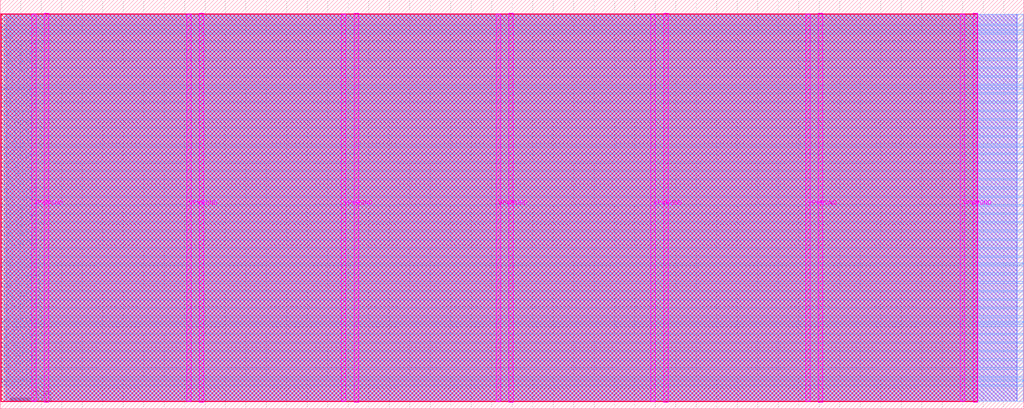
<source format=lef>
VERSION 5.7 ;
  NOWIREEXTENSIONATPIN ON ;
  DIVIDERCHAR "/" ;
  BUSBITCHARS "[]" ;
MACRO heichips25_usb_cdc
  CLASS BLOCK ;
  FOREIGN heichips25_usb_cdc ;
  ORIGIN 0.000 0.000 ;
  SIZE 500.000 BY 200.000 ;
  PIN VGND
    DIRECTION INOUT ;
    USE GROUND ;
    PORT
      LAYER TopMetal1 ;
        RECT 21.580 3.150 23.780 193.410 ;
    END
    PORT
      LAYER TopMetal1 ;
        RECT 97.180 3.150 99.380 193.410 ;
    END
    PORT
      LAYER TopMetal1 ;
        RECT 172.780 3.150 174.980 193.410 ;
    END
    PORT
      LAYER TopMetal1 ;
        RECT 248.380 3.150 250.580 193.410 ;
    END
    PORT
      LAYER TopMetal1 ;
        RECT 323.980 3.150 326.180 193.410 ;
    END
    PORT
      LAYER TopMetal1 ;
        RECT 399.580 3.150 401.780 193.410 ;
    END
    PORT
      LAYER TopMetal1 ;
        RECT 475.180 3.150 477.380 193.410 ;
    END
  END VGND
  PIN VPWR
    DIRECTION INOUT ;
    USE POWER ;
    PORT
      LAYER TopMetal1 ;
        RECT 15.380 3.560 17.580 193.000 ;
    END
    PORT
      LAYER TopMetal1 ;
        RECT 90.980 3.560 93.180 193.000 ;
    END
    PORT
      LAYER TopMetal1 ;
        RECT 166.580 3.560 168.780 193.000 ;
    END
    PORT
      LAYER TopMetal1 ;
        RECT 242.180 3.560 244.380 193.000 ;
    END
    PORT
      LAYER TopMetal1 ;
        RECT 317.780 3.560 319.980 193.000 ;
    END
    PORT
      LAYER TopMetal1 ;
        RECT 393.380 3.560 395.580 193.000 ;
    END
    PORT
      LAYER TopMetal1 ;
        RECT 468.980 3.560 471.180 193.000 ;
    END
  END VPWR
  PIN clk
    DIRECTION INPUT ;
    USE SIGNAL ;
    ANTENNAGATEAREA 1.450800 ;
    PORT
      LAYER Metal3 ;
        RECT 0.000 183.340 0.400 183.740 ;
    END
  END clk
  PIN ena
    DIRECTION INPUT ;
    USE SIGNAL ;
    PORT
      LAYER Metal3 ;
        RECT 0.000 179.140 0.400 179.540 ;
    END
  END ena
  PIN rst_n
    DIRECTION INPUT ;
    USE SIGNAL ;
    ANTENNAGATEAREA 0.213200 ;
    PORT
      LAYER Metal3 ;
        RECT 0.000 187.540 0.400 187.940 ;
    END
  END rst_n
  PIN ui_in[0]
    DIRECTION INPUT ;
    USE SIGNAL ;
    ANTENNAGATEAREA 0.180700 ;
    PORT
      LAYER Metal3 ;
        RECT 0.000 111.940 0.400 112.340 ;
    END
  END ui_in[0]
  PIN ui_in[1]
    DIRECTION INPUT ;
    USE SIGNAL ;
    ANTENNAGATEAREA 0.180700 ;
    PORT
      LAYER Metal3 ;
        RECT 0.000 116.140 0.400 116.540 ;
    END
  END ui_in[1]
  PIN ui_in[2]
    DIRECTION INPUT ;
    USE SIGNAL ;
    ANTENNAGATEAREA 0.180700 ;
    PORT
      LAYER Metal3 ;
        RECT 0.000 120.340 0.400 120.740 ;
    END
  END ui_in[2]
  PIN ui_in[3]
    DIRECTION INPUT ;
    USE SIGNAL ;
    ANTENNAGATEAREA 0.180700 ;
    PORT
      LAYER Metal3 ;
        RECT 0.000 124.540 0.400 124.940 ;
    END
  END ui_in[3]
  PIN ui_in[4]
    DIRECTION INPUT ;
    USE SIGNAL ;
    ANTENNAGATEAREA 0.180700 ;
    PORT
      LAYER Metal3 ;
        RECT 0.000 128.740 0.400 129.140 ;
    END
  END ui_in[4]
  PIN ui_in[5]
    DIRECTION INPUT ;
    USE SIGNAL ;
    ANTENNAGATEAREA 0.180700 ;
    PORT
      LAYER Metal3 ;
        RECT 0.000 132.940 0.400 133.340 ;
    END
  END ui_in[5]
  PIN ui_in[6]
    DIRECTION INPUT ;
    USE SIGNAL ;
    ANTENNAGATEAREA 0.180700 ;
    PORT
      LAYER Metal3 ;
        RECT 0.000 137.140 0.400 137.540 ;
    END
  END ui_in[6]
  PIN ui_in[7]
    DIRECTION INPUT ;
    USE SIGNAL ;
    ANTENNAGATEAREA 0.180700 ;
    PORT
      LAYER Metal3 ;
        RECT 0.000 141.340 0.400 141.740 ;
    END
  END ui_in[7]
  PIN uio_in[0]
    DIRECTION INPUT ;
    USE SIGNAL ;
    ANTENNAGATEAREA 0.180700 ;
    PORT
      LAYER Metal3 ;
        RECT 0.000 145.540 0.400 145.940 ;
    END
  END uio_in[0]
  PIN uio_in[1]
    DIRECTION INPUT ;
    USE SIGNAL ;
    ANTENNAGATEAREA 0.180700 ;
    PORT
      LAYER Metal3 ;
        RECT 0.000 149.740 0.400 150.140 ;
    END
  END uio_in[1]
  PIN uio_in[2]
    DIRECTION INPUT ;
    USE SIGNAL ;
    ANTENNAGATEAREA 0.180700 ;
    PORT
      LAYER Metal3 ;
        RECT 0.000 153.940 0.400 154.340 ;
    END
  END uio_in[2]
  PIN uio_in[3]
    DIRECTION INPUT ;
    USE SIGNAL ;
    PORT
      LAYER Metal3 ;
        RECT 0.000 158.140 0.400 158.540 ;
    END
  END uio_in[3]
  PIN uio_in[4]
    DIRECTION INPUT ;
    USE SIGNAL ;
    PORT
      LAYER Metal3 ;
        RECT 0.000 162.340 0.400 162.740 ;
    END
  END uio_in[4]
  PIN uio_in[5]
    DIRECTION INPUT ;
    USE SIGNAL ;
    PORT
      LAYER Metal3 ;
        RECT 0.000 166.540 0.400 166.940 ;
    END
  END uio_in[5]
  PIN uio_in[6]
    DIRECTION INPUT ;
    USE SIGNAL ;
    PORT
      LAYER Metal3 ;
        RECT 0.000 170.740 0.400 171.140 ;
    END
  END uio_in[6]
  PIN uio_in[7]
    DIRECTION INPUT ;
    USE SIGNAL ;
    PORT
      LAYER Metal3 ;
        RECT 0.000 174.940 0.400 175.340 ;
    END
  END uio_in[7]
  PIN uio_oe[0]
    DIRECTION OUTPUT ;
    USE SIGNAL ;
    ANTENNADIFFAREA 0.299200 ;
    PORT
      LAYER Metal3 ;
        RECT 0.000 78.340 0.400 78.740 ;
    END
  END uio_oe[0]
  PIN uio_oe[1]
    DIRECTION OUTPUT ;
    USE SIGNAL ;
    ANTENNADIFFAREA 0.299200 ;
    PORT
      LAYER Metal3 ;
        RECT 0.000 82.540 0.400 82.940 ;
    END
  END uio_oe[1]
  PIN uio_oe[2]
    DIRECTION OUTPUT ;
    USE SIGNAL ;
    ANTENNADIFFAREA 0.299200 ;
    PORT
      LAYER Metal3 ;
        RECT 0.000 86.740 0.400 87.140 ;
    END
  END uio_oe[2]
  PIN uio_oe[3]
    DIRECTION OUTPUT ;
    USE SIGNAL ;
    ANTENNADIFFAREA 0.392700 ;
    PORT
      LAYER Metal3 ;
        RECT 0.000 90.940 0.400 91.340 ;
    END
  END uio_oe[3]
  PIN uio_oe[4]
    DIRECTION OUTPUT ;
    USE SIGNAL ;
    ANTENNADIFFAREA 0.392700 ;
    PORT
      LAYER Metal3 ;
        RECT 0.000 95.140 0.400 95.540 ;
    END
  END uio_oe[4]
  PIN uio_oe[5]
    DIRECTION OUTPUT ;
    USE SIGNAL ;
    ANTENNADIFFAREA 0.392700 ;
    PORT
      LAYER Metal3 ;
        RECT 0.000 99.340 0.400 99.740 ;
    END
  END uio_oe[5]
  PIN uio_oe[6]
    DIRECTION OUTPUT ;
    USE SIGNAL ;
    ANTENNADIFFAREA 0.392700 ;
    PORT
      LAYER Metal3 ;
        RECT 0.000 103.540 0.400 103.940 ;
    END
  END uio_oe[6]
  PIN uio_oe[7]
    DIRECTION OUTPUT ;
    USE SIGNAL ;
    ANTENNADIFFAREA 0.392700 ;
    PORT
      LAYER Metal3 ;
        RECT 0.000 107.740 0.400 108.140 ;
    END
  END uio_oe[7]
  PIN uio_out[0]
    DIRECTION OUTPUT ;
    USE SIGNAL ;
    ANTENNADIFFAREA 0.299200 ;
    PORT
      LAYER Metal3 ;
        RECT 0.000 44.740 0.400 45.140 ;
    END
  END uio_out[0]
  PIN uio_out[1]
    DIRECTION OUTPUT ;
    USE SIGNAL ;
    ANTENNADIFFAREA 0.299200 ;
    PORT
      LAYER Metal3 ;
        RECT 0.000 48.940 0.400 49.340 ;
    END
  END uio_out[1]
  PIN uio_out[2]
    DIRECTION OUTPUT ;
    USE SIGNAL ;
    ANTENNADIFFAREA 0.299200 ;
    PORT
      LAYER Metal3 ;
        RECT 0.000 53.140 0.400 53.540 ;
    END
  END uio_out[2]
  PIN uio_out[3]
    DIRECTION OUTPUT ;
    USE SIGNAL ;
    ANTENNADIFFAREA 0.708600 ;
    PORT
      LAYER Metal3 ;
        RECT 0.000 57.340 0.400 57.740 ;
    END
  END uio_out[3]
  PIN uio_out[4]
    DIRECTION OUTPUT ;
    USE SIGNAL ;
    ANTENNADIFFAREA 0.708600 ;
    PORT
      LAYER Metal3 ;
        RECT 0.000 61.540 0.400 61.940 ;
    END
  END uio_out[4]
  PIN uio_out[5]
    DIRECTION OUTPUT ;
    USE SIGNAL ;
    ANTENNADIFFAREA 0.708600 ;
    PORT
      LAYER Metal3 ;
        RECT 0.000 65.740 0.400 66.140 ;
    END
  END uio_out[5]
  PIN uio_out[6]
    DIRECTION OUTPUT ;
    USE SIGNAL ;
    ANTENNADIFFAREA 0.708600 ;
    PORT
      LAYER Metal3 ;
        RECT 0.000 69.940 0.400 70.340 ;
    END
  END uio_out[6]
  PIN uio_out[7]
    DIRECTION OUTPUT ;
    USE SIGNAL ;
    ANTENNADIFFAREA 0.708600 ;
    PORT
      LAYER Metal3 ;
        RECT 0.000 74.140 0.400 74.540 ;
    END
  END uio_out[7]
  PIN uo_out[0]
    DIRECTION OUTPUT ;
    USE SIGNAL ;
    ANTENNADIFFAREA 0.708600 ;
    PORT
      LAYER Metal3 ;
        RECT 0.000 11.140 0.400 11.540 ;
    END
  END uo_out[0]
  PIN uo_out[1]
    DIRECTION OUTPUT ;
    USE SIGNAL ;
    ANTENNADIFFAREA 0.708600 ;
    PORT
      LAYER Metal3 ;
        RECT 0.000 15.340 0.400 15.740 ;
    END
  END uo_out[1]
  PIN uo_out[2]
    DIRECTION OUTPUT ;
    USE SIGNAL ;
    ANTENNADIFFAREA 0.708600 ;
    PORT
      LAYER Metal3 ;
        RECT 0.000 19.540 0.400 19.940 ;
    END
  END uo_out[2]
  PIN uo_out[3]
    DIRECTION OUTPUT ;
    USE SIGNAL ;
    ANTENNADIFFAREA 0.708600 ;
    PORT
      LAYER Metal3 ;
        RECT 0.000 23.740 0.400 24.140 ;
    END
  END uo_out[3]
  PIN uo_out[4]
    DIRECTION OUTPUT ;
    USE SIGNAL ;
    ANTENNADIFFAREA 0.708600 ;
    PORT
      LAYER Metal3 ;
        RECT 0.000 27.940 0.400 28.340 ;
    END
  END uo_out[4]
  PIN uo_out[5]
    DIRECTION OUTPUT ;
    USE SIGNAL ;
    ANTENNADIFFAREA 0.708600 ;
    PORT
      LAYER Metal3 ;
        RECT 0.000 32.140 0.400 32.540 ;
    END
  END uo_out[5]
  PIN uo_out[6]
    DIRECTION OUTPUT ;
    USE SIGNAL ;
    ANTENNADIFFAREA 0.708600 ;
    PORT
      LAYER Metal3 ;
        RECT 0.000 36.340 0.400 36.740 ;
    END
  END uo_out[6]
  PIN uo_out[7]
    DIRECTION OUTPUT ;
    USE SIGNAL ;
    ANTENNADIFFAREA 0.708600 ;
    PORT
      LAYER Metal3 ;
        RECT 0.000 40.540 0.400 40.940 ;
    END
  END uo_out[7]
  PIN usb_dn_en_o
    DIRECTION OUTPUT ;
    USE SIGNAL ;
    ANTENNADIFFAREA 0.708600 ;
    PORT
      LAYER Metal3 ;
        RECT 499.600 99.340 500.000 99.740 ;
    END
  END usb_dn_en_o
  PIN usb_dn_rx_i
    DIRECTION INPUT ;
    USE SIGNAL ;
    ANTENNAGATEAREA 0.180700 ;
    PORT
      LAYER Metal3 ;
        RECT 499.600 127.900 500.000 128.300 ;
    END
  END usb_dn_rx_i
  PIN usb_dn_tx_o
    DIRECTION OUTPUT ;
    USE SIGNAL ;
    ANTENNADIFFAREA 0.708600 ;
    PORT
      LAYER Metal3 ;
        RECT 499.600 156.460 500.000 156.860 ;
    END
  END usb_dn_tx_o
  PIN usb_dp_en_o
    DIRECTION OUTPUT ;
    USE SIGNAL ;
    ANTENNADIFFAREA 0.708600 ;
    PORT
      LAYER Metal3 ;
        RECT 499.600 13.660 500.000 14.060 ;
    END
  END usb_dp_en_o
  PIN usb_dp_rx_i
    DIRECTION INPUT ;
    USE SIGNAL ;
    ANTENNAGATEAREA 0.180700 ;
    PORT
      LAYER Metal3 ;
        RECT 499.600 42.220 500.000 42.620 ;
    END
  END usb_dp_rx_i
  PIN usb_dp_tx_o
    DIRECTION OUTPUT ;
    USE SIGNAL ;
    ANTENNADIFFAREA 0.708600 ;
    PORT
      LAYER Metal3 ;
        RECT 499.600 70.780 500.000 71.180 ;
    END
  END usb_dp_tx_o
  PIN usb_dp_up_o
    DIRECTION OUTPUT ;
    USE SIGNAL ;
    ANTENNADIFFAREA 0.708600 ;
    PORT
      LAYER Metal3 ;
        RECT 499.600 185.020 500.000 185.420 ;
    END
  END usb_dp_up_o
  OBS
      LAYER GatPoly ;
        RECT 2.880 3.630 496.800 192.930 ;
      LAYER Metal1 ;
        RECT 2.880 3.560 496.800 193.000 ;
      LAYER Metal2 ;
        RECT 2.295 3.635 496.425 192.925 ;
      LAYER Metal3 ;
        RECT 0.400 188.150 499.600 192.880 ;
        RECT 0.610 187.330 499.600 188.150 ;
        RECT 0.400 185.630 499.600 187.330 ;
        RECT 0.400 184.810 499.390 185.630 ;
        RECT 0.400 183.950 499.600 184.810 ;
        RECT 0.610 183.130 499.600 183.950 ;
        RECT 0.400 179.750 499.600 183.130 ;
        RECT 0.610 178.930 499.600 179.750 ;
        RECT 0.400 175.550 499.600 178.930 ;
        RECT 0.610 174.730 499.600 175.550 ;
        RECT 0.400 171.350 499.600 174.730 ;
        RECT 0.610 170.530 499.600 171.350 ;
        RECT 0.400 167.150 499.600 170.530 ;
        RECT 0.610 166.330 499.600 167.150 ;
        RECT 0.400 162.950 499.600 166.330 ;
        RECT 0.610 162.130 499.600 162.950 ;
        RECT 0.400 158.750 499.600 162.130 ;
        RECT 0.610 157.930 499.600 158.750 ;
        RECT 0.400 157.070 499.600 157.930 ;
        RECT 0.400 156.250 499.390 157.070 ;
        RECT 0.400 154.550 499.600 156.250 ;
        RECT 0.610 153.730 499.600 154.550 ;
        RECT 0.400 150.350 499.600 153.730 ;
        RECT 0.610 149.530 499.600 150.350 ;
        RECT 0.400 146.150 499.600 149.530 ;
        RECT 0.610 145.330 499.600 146.150 ;
        RECT 0.400 141.950 499.600 145.330 ;
        RECT 0.610 141.130 499.600 141.950 ;
        RECT 0.400 137.750 499.600 141.130 ;
        RECT 0.610 136.930 499.600 137.750 ;
        RECT 0.400 133.550 499.600 136.930 ;
        RECT 0.610 132.730 499.600 133.550 ;
        RECT 0.400 129.350 499.600 132.730 ;
        RECT 0.610 128.530 499.600 129.350 ;
        RECT 0.400 128.510 499.600 128.530 ;
        RECT 0.400 127.690 499.390 128.510 ;
        RECT 0.400 125.150 499.600 127.690 ;
        RECT 0.610 124.330 499.600 125.150 ;
        RECT 0.400 120.950 499.600 124.330 ;
        RECT 0.610 120.130 499.600 120.950 ;
        RECT 0.400 116.750 499.600 120.130 ;
        RECT 0.610 115.930 499.600 116.750 ;
        RECT 0.400 112.550 499.600 115.930 ;
        RECT 0.610 111.730 499.600 112.550 ;
        RECT 0.400 108.350 499.600 111.730 ;
        RECT 0.610 107.530 499.600 108.350 ;
        RECT 0.400 104.150 499.600 107.530 ;
        RECT 0.610 103.330 499.600 104.150 ;
        RECT 0.400 99.950 499.600 103.330 ;
        RECT 0.610 99.130 499.390 99.950 ;
        RECT 0.400 95.750 499.600 99.130 ;
        RECT 0.610 94.930 499.600 95.750 ;
        RECT 0.400 91.550 499.600 94.930 ;
        RECT 0.610 90.730 499.600 91.550 ;
        RECT 0.400 87.350 499.600 90.730 ;
        RECT 0.610 86.530 499.600 87.350 ;
        RECT 0.400 83.150 499.600 86.530 ;
        RECT 0.610 82.330 499.600 83.150 ;
        RECT 0.400 78.950 499.600 82.330 ;
        RECT 0.610 78.130 499.600 78.950 ;
        RECT 0.400 74.750 499.600 78.130 ;
        RECT 0.610 73.930 499.600 74.750 ;
        RECT 0.400 71.390 499.600 73.930 ;
        RECT 0.400 70.570 499.390 71.390 ;
        RECT 0.400 70.550 499.600 70.570 ;
        RECT 0.610 69.730 499.600 70.550 ;
        RECT 0.400 66.350 499.600 69.730 ;
        RECT 0.610 65.530 499.600 66.350 ;
        RECT 0.400 62.150 499.600 65.530 ;
        RECT 0.610 61.330 499.600 62.150 ;
        RECT 0.400 57.950 499.600 61.330 ;
        RECT 0.610 57.130 499.600 57.950 ;
        RECT 0.400 53.750 499.600 57.130 ;
        RECT 0.610 52.930 499.600 53.750 ;
        RECT 0.400 49.550 499.600 52.930 ;
        RECT 0.610 48.730 499.600 49.550 ;
        RECT 0.400 45.350 499.600 48.730 ;
        RECT 0.610 44.530 499.600 45.350 ;
        RECT 0.400 42.830 499.600 44.530 ;
        RECT 0.400 42.010 499.390 42.830 ;
        RECT 0.400 41.150 499.600 42.010 ;
        RECT 0.610 40.330 499.600 41.150 ;
        RECT 0.400 36.950 499.600 40.330 ;
        RECT 0.610 36.130 499.600 36.950 ;
        RECT 0.400 32.750 499.600 36.130 ;
        RECT 0.610 31.930 499.600 32.750 ;
        RECT 0.400 28.550 499.600 31.930 ;
        RECT 0.610 27.730 499.600 28.550 ;
        RECT 0.400 24.350 499.600 27.730 ;
        RECT 0.610 23.530 499.600 24.350 ;
        RECT 0.400 20.150 499.600 23.530 ;
        RECT 0.610 19.330 499.600 20.150 ;
        RECT 0.400 15.950 499.600 19.330 ;
        RECT 0.610 15.130 499.600 15.950 ;
        RECT 0.400 14.270 499.600 15.130 ;
        RECT 0.400 13.450 499.390 14.270 ;
        RECT 0.400 11.750 499.600 13.450 ;
        RECT 0.610 10.930 499.600 11.750 ;
        RECT 0.400 3.680 499.600 10.930 ;
      LAYER Metal4 ;
        RECT 0.375 3.635 477.200 192.925 ;
      LAYER Metal5 ;
        RECT 0.335 3.470 477.245 193.090 ;
  END
END heichips25_usb_cdc
END LIBRARY


</source>
